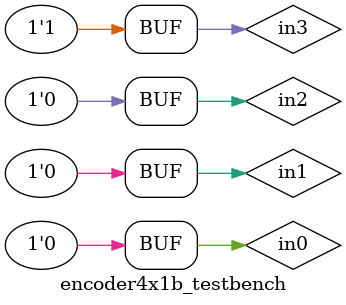
<source format=v>
`define DELAY 20
module encoder4x1b_testbench();
reg in3, in2, in1, in0;
wire [1:0] out;

encoder4x1b encoder (out, in3, in2, in1, in0);

initial begin
in3 = 1'b0; in2 = 1'b0; in1 = 1'b0; in0 = 1'b1;
#`DELAY;
in3 = 1'b0; in2 = 1'b0; in1 = 1'b1; in0 = 1'b0;
#`DELAY;
in3 = 1'b0; in2 = 1'b1; in1 = 1'b0; in0 = 1'b0;
#`DELAY;
in3 = 1'b1; in2 = 1'b0; in1 = 1'b0; in0 = 1'b0;
#`DELAY;
end
 
 
initial
begin
$monitor("time = %2d, in3 =%d, in2=%d, in1 =%d, in0=%d, out=%d", $time, in3, in2, in1, in0, out);
end
 
endmodule

</source>
